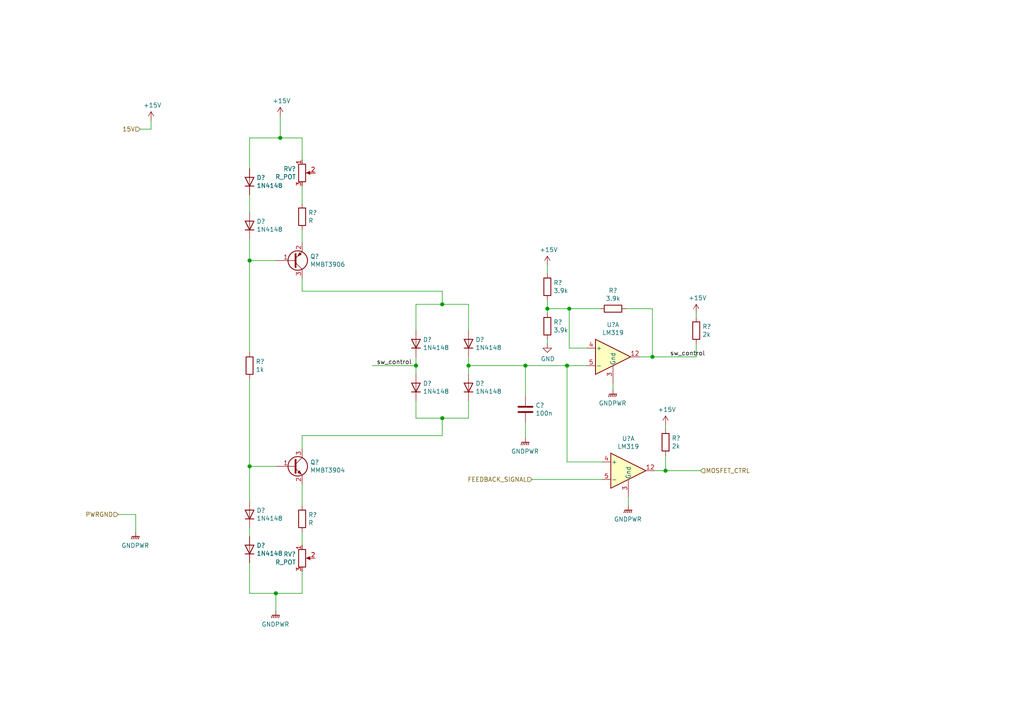
<source format=kicad_sch>
(kicad_sch (version 20210406) (generator eeschema)
  (paper "A4")
  (lib_symbols
    (symbol "Class_D_Amplfier_v2-rescue:LM319-Comparator" (pin_names (offset 0.127))
      (property "Reference" "U" (at 0 6.35 0))
      (property "Value" "LM319-Comparator" (at 0 3.81 0))
      (symbol "LM319-Comparator_1_1"
        (polyline (pts (xy -5.08 5.08) (xy 5.08 0) (xy -5.08 -5.08) (xy -5.08 5.08) (xy -5.08 5.08)) (stroke (width 0.254)) (fill (type background)))
        (pin no_connect line (at 0 -2.54 90) (length 2.54) hide (name "NC") (number "1"))
        (pin open_collector line (at 7.62 0 180) (length 2.54) (name "~") (number "12"))
        (pin no_connect line (at 0 2.54 270) (length 2.54) hide (name "NC") (number "2"))
        (pin open_emitter line (at 0 -7.62 90) (length 5.08) (name "Gnd") (number "3"))
        (pin input line (at -7.62 2.54 0) (length 2.54) (name "+") (number "4"))
        (pin input line (at -7.62 -2.54 0) (length 2.54) (name "-") (number "5"))
      )
      (symbol "LM319-Comparator_2_1"
        (polyline (pts (xy -5.08 5.08) (xy 5.08 0) (xy -5.08 -5.08) (xy -5.08 5.08) (xy -5.08 5.08)) (stroke (width 0.254)) (fill (type background)))
        (pin input line (at -7.62 -2.54 0) (length 2.54) (name "-") (number "10"))
        (pin no_connect line (at 0 -2.54 90) (length 2.54) hide (name "NC") (number "13"))
        (pin no_connect line (at 0 2.54 270) (length 2.54) hide (name "NC") (number "14"))
        (pin open_collector line (at 7.62 0 180) (length 2.54) (name "~") (number "7"))
        (pin open_emitter line (at 0 -7.62 90) (length 5.08) (name "Gnd") (number "8"))
        (pin input line (at -7.62 2.54 0) (length 2.54) (name "+") (number "9"))
      )
      (symbol "LM319-Comparator_3_1"
        (pin power_in line (at -2.54 7.62 270) (length 3.81) (name "V+") (number "11"))
        (pin power_in line (at -2.54 -7.62 90) (length 3.81) (name "V-") (number "6"))
      )
    )
    (symbol "Class_D_Amplfier_v2-rescue:R_POT-Device" (pin_names (offset 1.016) hide)
      (property "Reference" "RV" (at -4.445 0 90))
      (property "Value" "R_POT-Device" (at -2.54 0 90))
      (symbol "R_POT-Device_0_1"
        (rectangle (start 1.016 2.54) (end -1.016 -2.54) (stroke (width 0.254)))
        (polyline (pts (xy 2.54 0) (xy 1.524 0)))
        (polyline (pts (xy 1.143 0) (xy 2.286 0.508) (xy 2.286 -0.508)) (fill (type outline)))
      )
      (symbol "R_POT-Device_1_1"
        (pin passive line (at 0 3.81 270) (length 1.27) (name "1") (number "1"))
        (pin passive line (at 3.81 0 180) (length 1.27) (name "2") (number "2"))
        (pin passive line (at 0 -3.81 90) (length 1.27) (name "3") (number "3"))
      )
    )
    (symbol "Device:C" (pin_numbers hide) (pin_names (offset 0.254))
      (property "Reference" "C" (at 0.635 2.54 0))
      (property "Value" "C" (at 0.635 -2.54 0))
      (symbol "C_0_1"
        (polyline (pts (xy -2.032 -0.762) (xy 2.032 -0.762)) (stroke (width 0.508)))
        (polyline (pts (xy -2.032 0.762) (xy 2.032 0.762)) (stroke (width 0.508)))
      )
      (symbol "C_1_1"
        (pin passive line (at 0 3.81 270) (length 2.794) (name "~") (number "1"))
        (pin passive line (at 0 -3.81 90) (length 2.794) (name "~") (number "2"))
      )
    )
    (symbol "Device:R" (pin_numbers hide) (pin_names (offset 0))
      (property "Reference" "R" (at 2.032 0 90))
      (property "Value" "R" (at 0 0 90))
      (symbol "R_0_1"
        (rectangle (start -1.016 -2.54) (end 1.016 2.54) (stroke (width 0.254)))
      )
      (symbol "R_1_1"
        (pin passive line (at 0 3.81 270) (length 1.27) (name "~") (number "1"))
        (pin passive line (at 0 -3.81 90) (length 1.27) (name "~") (number "2"))
      )
    )
    (symbol "Diode:1N4148" (pin_numbers hide) (pin_names (offset 1.016) hide)
      (property "Reference" "D" (at 0 2.54 0))
      (property "Value" "1N4148" (at 0 -2.54 0))
      (symbol "1N4148_0_1"
        (polyline (pts (xy -1.27 1.27) (xy -1.27 -1.27)) (stroke (width 0.254)))
        (polyline (pts (xy 1.27 0) (xy -1.27 0)))
        (polyline (pts (xy 1.27 1.27) (xy 1.27 -1.27) (xy -1.27 0) (xy 1.27 1.27)) (stroke (width 0.254)))
      )
      (symbol "1N4148_1_1"
        (pin passive line (at -3.81 0 0) (length 2.54) (name "K") (number "1"))
        (pin passive line (at 3.81 0 180) (length 2.54) (name "A") (number "2"))
      )
    )
    (symbol "Transistor_BJT:MMBT3904" (pin_names (offset 0) hide)
      (property "Reference" "Q" (at 5.08 1.905 0))
      (property "Value" "MMBT3904" (at 5.08 0 0))
      (symbol "MMBT3904_0_1"
        (circle (center 1.27 0) (radius 2.8194) (stroke (width 0.254)))
        (polyline (pts (xy 0.635 0.635) (xy 2.54 2.54)))
        (polyline (pts (xy 0.635 -0.635) (xy 2.54 -2.54) (xy 2.54 -2.54)))
        (polyline (pts (xy 0.635 1.905) (xy 0.635 -1.905) (xy 0.635 -1.905)) (stroke (width 0.508)))
        (polyline (pts (xy 1.27 -1.778) (xy 1.778 -1.27) (xy 2.286 -2.286) (xy 1.27 -1.778) (xy 1.27 -1.778)) (fill (type outline)))
      )
      (symbol "MMBT3904_1_1"
        (pin input line (at -5.08 0 0) (length 5.715) (name "B") (number "1"))
        (pin passive line (at 2.54 -5.08 90) (length 2.54) (name "E") (number "2"))
        (pin passive line (at 2.54 5.08 270) (length 2.54) (name "C") (number "3"))
      )
    )
    (symbol "Transistor_BJT:MMBT3906" (pin_names (offset 0) hide)
      (property "Reference" "Q" (at 5.08 1.905 0))
      (property "Value" "MMBT3906" (at 5.08 0 0))
      (symbol "MMBT3906_0_1"
        (circle (center 1.27 0) (radius 2.8194) (stroke (width 0.254)))
        (polyline (pts (xy 0.635 0.635) (xy 2.54 2.54)))
        (polyline (pts (xy 0.635 -0.635) (xy 2.54 -2.54) (xy 2.54 -2.54)))
        (polyline (pts (xy 0.635 1.905) (xy 0.635 -1.905) (xy 0.635 -1.905)) (stroke (width 0.508)))
        (polyline (pts (xy 2.286 -1.778) (xy 1.778 -2.286) (xy 1.27 -1.27) (xy 2.286 -1.778) (xy 2.286 -1.778)) (fill (type outline)))
      )
      (symbol "MMBT3906_1_1"
        (pin input line (at -5.08 0 0) (length 5.715) (name "B") (number "1"))
        (pin passive line (at 2.54 -5.08 90) (length 2.54) (name "E") (number "2"))
        (pin passive line (at 2.54 5.08 270) (length 2.54) (name "C") (number "3"))
      )
    )
    (symbol "power:+15V" (power) (pin_names (offset 0))
      (property "Value" "+15V" (at 0 3.556 0))
      (symbol "+15V_0_1"
        (polyline (pts (xy -0.762 1.27) (xy 0 2.54)))
        (polyline (pts (xy 0 0) (xy 0 2.54)))
        (polyline (pts (xy 0 2.54) (xy 0.762 1.27)))
      )
      (symbol "+15V_1_1"
        (pin power_in line (at 0 0 90) (length 0) hide (name "+15V") (number "1"))
      )
    )
    (symbol "power:GND" (power) (pin_names (offset 0))
      (property "Value" "GND" (at 0 -3.81 0))
      (symbol "GND_0_1"
        (polyline (pts (xy 0 0) (xy 0 -1.27) (xy 1.27 -1.27) (xy 0 -2.54) (xy -1.27 -1.27) (xy 0 -1.27)))
      )
      (symbol "GND_1_1"
        (pin power_in line (at 0 0 270) (length 0) hide (name "GND") (number "1"))
      )
    )
    (symbol "power:GNDPWR" (power) (pin_names (offset 0))
      (property "Value" "GNDPWR" (at 0 -3.302 0))
      (symbol "GNDPWR_0_1"
        (polyline (pts (xy 0 -1.27) (xy 0 0)))
        (polyline (pts (xy -1.016 -1.27) (xy -1.27 -2.032) (xy -1.27 -2.032)) (stroke (width 0.2032)))
        (polyline (pts (xy -0.508 -1.27) (xy -0.762 -2.032) (xy -0.762 -2.032)) (stroke (width 0.2032)))
        (polyline (pts (xy 0 -1.27) (xy -0.254 -2.032) (xy -0.254 -2.032)) (stroke (width 0.2032)))
        (polyline (pts (xy 0.508 -1.27) (xy 0.254 -2.032) (xy 0.254 -2.032)) (stroke (width 0.2032)))
        (polyline (pts (xy 1.016 -1.27) (xy -1.016 -1.27) (xy -1.016 -1.27)) (stroke (width 0.2032)))
        (polyline (pts (xy 1.016 -1.27) (xy 0.762 -2.032) (xy 0.762 -2.032) (xy 0.762 -2.032)) (stroke (width 0.2032)))
      )
      (symbol "GNDPWR_1_1"
        (pin power_in line (at 0 0 270) (length 0) hide (name "GNDPWR") (number "1"))
      )
    )
  )
  (junction (at 72.39 75.565) (diameter 1.016))
  (junction (at 72.39 135.255) (diameter 1.016))
  (junction (at 80.01 172.085) (diameter 1.016))
  (junction (at 81.28 40.005) (diameter 1.016))
  (junction (at 120.65 106.045) (diameter 1.016))
  (junction (at 128.27 88.265) (diameter 1.016))
  (junction (at 128.27 121.285) (diameter 1.016))
  (junction (at 135.89 106.045) (diameter 1.016))
  (junction (at 152.4 106.045) (diameter 1.016))
  (junction (at 158.75 89.535) (diameter 1.016))
  (junction (at 164.465 106.045) (diameter 1.016))
  (junction (at 165.1 89.535) (diameter 1.016))
  (junction (at 189.23 103.505) (diameter 1.016))
  (junction (at 193.04 136.525) (diameter 1.016))
  (wire (pts (xy 34.29 149.225) (xy 39.37 149.225)))
  (wire (pts (xy 39.37 149.225) (xy 39.37 154.305)))
  (wire (pts (xy 40.64 37.465) (xy 43.815 37.465)))
  (wire (pts (xy 43.815 34.925) (xy 43.815 37.465)))
  (wire (pts (xy 72.39 40.005) (xy 81.28 40.005)))
  (wire (pts (xy 72.39 48.895) (xy 72.39 40.005)))
  (wire (pts (xy 72.39 56.515) (xy 72.39 61.595)))
  (wire (pts (xy 72.39 69.215) (xy 72.39 75.565)))
  (wire (pts (xy 72.39 75.565) (xy 80.01 75.565)))
  (wire (pts (xy 72.39 102.235) (xy 72.39 75.565)))
  (wire (pts (xy 72.39 109.855) (xy 72.39 135.255)))
  (wire (pts (xy 72.39 135.255) (xy 72.39 145.415)))
  (wire (pts (xy 72.39 153.035) (xy 72.39 155.575)))
  (wire (pts (xy 72.39 163.195) (xy 72.39 172.085)))
  (wire (pts (xy 72.39 172.085) (xy 80.01 172.085)))
  (wire (pts (xy 80.01 135.255) (xy 72.39 135.255)))
  (wire (pts (xy 80.01 172.085) (xy 80.01 177.165)))
  (wire (pts (xy 81.28 33.655) (xy 81.28 40.005)))
  (wire (pts (xy 81.28 40.005) (xy 87.63 40.005)))
  (wire (pts (xy 87.63 40.005) (xy 87.63 46.355)))
  (wire (pts (xy 87.63 53.975) (xy 87.63 59.055)))
  (wire (pts (xy 87.63 70.485) (xy 87.63 66.675)))
  (wire (pts (xy 87.63 80.645) (xy 87.63 84.455)))
  (wire (pts (xy 87.63 84.455) (xy 128.27 84.455)))
  (wire (pts (xy 87.63 126.365) (xy 128.27 126.365)))
  (wire (pts (xy 87.63 130.175) (xy 87.63 126.365)))
  (wire (pts (xy 87.63 146.685) (xy 87.63 140.335)))
  (wire (pts (xy 87.63 158.115) (xy 87.63 154.305)))
  (wire (pts (xy 87.63 165.735) (xy 87.63 172.085)))
  (wire (pts (xy 87.63 172.085) (xy 80.01 172.085)))
  (wire (pts (xy 107.95 106.045) (xy 120.65 106.045)))
  (wire (pts (xy 120.65 88.265) (xy 120.65 95.885)))
  (wire (pts (xy 120.65 103.505) (xy 120.65 106.045)))
  (wire (pts (xy 120.65 106.045) (xy 120.65 108.585)))
  (wire (pts (xy 120.65 121.285) (xy 120.65 116.205)))
  (wire (pts (xy 128.27 84.455) (xy 128.27 88.265)))
  (wire (pts (xy 128.27 88.265) (xy 120.65 88.265)))
  (wire (pts (xy 128.27 121.285) (xy 120.65 121.285)))
  (wire (pts (xy 128.27 126.365) (xy 128.27 121.285)))
  (wire (pts (xy 135.89 88.265) (xy 128.27 88.265)))
  (wire (pts (xy 135.89 95.885) (xy 135.89 88.265)))
  (wire (pts (xy 135.89 106.045) (xy 135.89 103.505)))
  (wire (pts (xy 135.89 108.585) (xy 135.89 106.045)))
  (wire (pts (xy 135.89 116.205) (xy 135.89 121.285)))
  (wire (pts (xy 135.89 121.285) (xy 128.27 121.285)))
  (wire (pts (xy 152.4 106.045) (xy 135.89 106.045)))
  (wire (pts (xy 152.4 106.045) (xy 164.465 106.045)))
  (wire (pts (xy 152.4 114.935) (xy 152.4 106.045)))
  (wire (pts (xy 152.4 122.555) (xy 152.4 127)))
  (wire (pts (xy 154.305 139.065) (xy 174.625 139.065)))
  (wire (pts (xy 158.75 76.835) (xy 158.75 79.375)))
  (wire (pts (xy 158.75 89.535) (xy 158.75 86.995)))
  (wire (pts (xy 158.75 90.805) (xy 158.75 89.535)))
  (wire (pts (xy 158.75 99.695) (xy 158.75 98.425)))
  (wire (pts (xy 164.465 106.045) (xy 164.465 133.985)))
  (wire (pts (xy 164.465 106.045) (xy 170.18 106.045)))
  (wire (pts (xy 164.465 133.985) (xy 174.625 133.985)))
  (wire (pts (xy 165.1 89.535) (xy 158.75 89.535)))
  (wire (pts (xy 165.1 89.535) (xy 173.99 89.535)))
  (wire (pts (xy 165.1 100.965) (xy 165.1 89.535)))
  (wire (pts (xy 170.18 100.965) (xy 165.1 100.965)))
  (wire (pts (xy 177.8 111.125) (xy 177.8 113.03)))
  (wire (pts (xy 181.61 89.535) (xy 189.23 89.535)))
  (wire (pts (xy 182.245 146.685) (xy 182.245 144.145)))
  (wire (pts (xy 189.23 89.535) (xy 189.23 103.505)))
  (wire (pts (xy 189.23 103.505) (xy 185.42 103.505)))
  (wire (pts (xy 189.23 103.505) (xy 201.93 103.505)))
  (wire (pts (xy 193.04 123.19) (xy 193.04 124.46)))
  (wire (pts (xy 193.04 132.08) (xy 193.04 136.525)))
  (wire (pts (xy 193.04 136.525) (xy 189.865 136.525)))
  (wire (pts (xy 201.93 90.805) (xy 201.93 92.075)))
  (wire (pts (xy 201.93 99.695) (xy 201.93 103.505)))
  (wire (pts (xy 203.2 136.525) (xy 193.04 136.525)))
  (label "sw_control" (at 109.22 106.045 0))
  (label "sw_control" (at 194.31 103.505 0))
  (hierarchical_label "PWRGND" (shape input) (at 34.29 149.225 180))
  (hierarchical_label "15V" (shape input) (at 40.64 37.465 180))
  (hierarchical_label "FEEDBACK_SIGNAL" (shape input) (at 154.305 139.065 180))
  (hierarchical_label "MOSFET_CTRL" (shape input) (at 203.2 136.525 0))
  (symbol (lib_id "power:+15V") (at 43.815 34.925 0) (unit 1)
    (property "Reference" "#PWR?" (effects hide))
    (property "Value" "+15V" (at 44.196 30.5308 0))
  )
  (symbol (lib_id "power:+15V") (at 81.28 33.655 0) (unit 1)
    (property "Reference" "#PWR?" (effects hide))
    (property "Value" "+15V" (at 81.661 29.2608 0))
  )
  (symbol (lib_id "power:+15V") (at 158.75 76.835 0) (unit 1)
    (property "Reference" "#PWR?" (effects hide))
    (property "Value" "+15V" (at 159.131 72.4408 0))
  )
  (symbol (lib_id "power:+15V") (at 193.04 123.19 0) (unit 1)
    (property "Reference" "#PWR?" (effects hide))
    (property "Value" "+15V" (at 193.421 118.7958 0))
  )
  (symbol (lib_id "power:+15V") (at 201.93 90.805 0) (unit 1)
    (property "Reference" "#PWR?" (effects hide))
    (property "Value" "+15V" (at 202.311 86.4108 0))
  )
  (symbol (lib_id "power:GNDPWR") (at 39.37 154.305 0) (unit 1)
    (property "Reference" "#PWR?" (effects hide))
    (property "Value" "GNDPWR" (at 39.243 158.223 0))
  )
  (symbol (lib_id "power:GNDPWR") (at 80.01 177.165 0) (unit 1)
    (property "Reference" "#PWR?" (effects hide))
    (property "Value" "GNDPWR" (at 79.883 181.083 0))
  )
  (symbol (lib_id "power:GNDPWR") (at 152.4 127 0) (unit 1)
    (property "Reference" "#PWR?" (effects hide))
    (property "Value" "GNDPWR" (at 152.273 130.918 0))
  )
  (symbol (lib_id "power:GNDPWR") (at 177.8 113.03 0) (unit 1)
    (property "Reference" "#PWR?" (effects hide))
    (property "Value" "GNDPWR" (at 177.673 116.948 0))
  )
  (symbol (lib_id "power:GNDPWR") (at 182.245 146.685 0) (unit 1)
    (property "Reference" "#PWR?" (effects hide))
    (property "Value" "GNDPWR" (at 182.118 150.603 0))
  )
  (symbol (lib_id "power:GND") (at 158.75 99.695 0) (unit 1)
    (property "Reference" "#PWR?" (effects hide))
    (property "Value" "GND" (at 158.877 104.0892 0))
  )
  (symbol (lib_id "Device:R") (at 72.39 106.045 0) (unit 1)
    (property "Reference" "R?" (at 74.168 104.8766 0) (effects (justify left)))
    (property "Value" "1k" (at 74.168 107.188 0) (effects (justify left)))
  )
  (symbol (lib_id "Device:R") (at 87.63 62.865 0) (unit 1)
    (property "Reference" "R?" (at 89.408 61.6966 0) (effects (justify left)))
    (property "Value" "R" (at 89.408 64.008 0) (effects (justify left)))
  )
  (symbol (lib_id "Device:R") (at 87.63 150.495 0) (unit 1)
    (property "Reference" "R?" (at 89.408 149.3266 0) (effects (justify left)))
    (property "Value" "R" (at 89.408 151.638 0) (effects (justify left)))
  )
  (symbol (lib_id "Device:R") (at 158.75 83.185 180) (unit 1)
    (property "Reference" "R?" (at 160.528 82.0166 0) (effects (justify right)))
    (property "Value" "3.9k" (at 160.528 84.328 0) (effects (justify right)))
  )
  (symbol (lib_id "Device:R") (at 158.75 94.615 180) (unit 1)
    (property "Reference" "R?" (at 160.528 93.4466 0) (effects (justify right)))
    (property "Value" "3.9k" (at 160.528 95.758 0) (effects (justify right)))
  )
  (symbol (lib_id "Device:R") (at 177.8 89.535 270) (unit 1)
    (property "Reference" "R?" (at 177.8 84.2772 90))
    (property "Value" "3.9k" (at 177.8 86.5886 90))
  )
  (symbol (lib_id "Device:R") (at 193.04 128.27 180) (unit 1)
    (property "Reference" "R?" (at 194.818 127.1016 0) (effects (justify right)))
    (property "Value" "2k" (at 194.818 129.413 0) (effects (justify right)))
  )
  (symbol (lib_id "Device:R") (at 201.93 95.885 180) (unit 1)
    (property "Reference" "R?" (at 203.708 94.7166 0) (effects (justify right)))
    (property "Value" "2k" (at 203.708 97.028 0) (effects (justify right)))
  )
  (symbol (lib_id "Diode:1N4148") (at 72.39 52.705 90) (unit 1)
    (property "Reference" "D?" (at 74.3966 51.5366 90) (effects (justify right)))
    (property "Value" "1N4148" (at 74.3966 53.848 90) (effects (justify right)))
    (property "Footprint" "Diode_THT:D_DO-35_SOD27_P7.62mm_Horizontal" (effects hide))
    (property "Datasheet" "http://www.nxp.com/documents/data_sheet/1N4148_1N4448.pdf" (effects hide))
  )
  (symbol (lib_id "Diode:1N4148") (at 72.39 65.405 90) (unit 1)
    (property "Reference" "D?" (at 74.3966 64.2366 90) (effects (justify right)))
    (property "Value" "1N4148" (at 74.3966 66.548 90) (effects (justify right)))
    (property "Footprint" "Diode_THT:D_DO-35_SOD27_P7.62mm_Horizontal" (effects hide))
    (property "Datasheet" "http://www.nxp.com/documents/data_sheet/1N4148_1N4448.pdf" (effects hide))
  )
  (symbol (lib_id "Diode:1N4148") (at 72.39 149.225 90) (unit 1)
    (property "Reference" "D?" (at 74.3966 148.0566 90) (effects (justify right)))
    (property "Value" "1N4148" (at 74.3966 150.368 90) (effects (justify right)))
    (property "Footprint" "Diode_THT:D_DO-35_SOD27_P7.62mm_Horizontal" (effects hide))
    (property "Datasheet" "http://www.nxp.com/documents/data_sheet/1N4148_1N4448.pdf" (effects hide))
  )
  (symbol (lib_id "Diode:1N4148") (at 72.39 159.385 90) (unit 1)
    (property "Reference" "D?" (at 74.3966 158.2166 90) (effects (justify right)))
    (property "Value" "1N4148" (at 74.3966 160.528 90) (effects (justify right)))
    (property "Footprint" "Diode_THT:D_DO-35_SOD27_P7.62mm_Horizontal" (effects hide))
    (property "Datasheet" "http://www.nxp.com/documents/data_sheet/1N4148_1N4448.pdf" (effects hide))
  )
  (symbol (lib_id "Diode:1N4148") (at 120.65 99.695 90) (unit 1)
    (property "Reference" "D?" (at 122.6566 98.5266 90) (effects (justify right)))
    (property "Value" "1N4148" (at 122.6566 100.838 90) (effects (justify right)))
    (property "Footprint" "Diode_THT:D_DO-35_SOD27_P7.62mm_Horizontal" (effects hide))
    (property "Datasheet" "http://www.nxp.com/documents/data_sheet/1N4148_1N4448.pdf" (effects hide))
  )
  (symbol (lib_id "Diode:1N4148") (at 120.65 112.395 90) (unit 1)
    (property "Reference" "D?" (at 122.6566 111.2266 90) (effects (justify right)))
    (property "Value" "1N4148" (at 122.6566 113.538 90) (effects (justify right)))
    (property "Footprint" "Diode_THT:D_DO-35_SOD27_P7.62mm_Horizontal" (effects hide))
    (property "Datasheet" "http://www.nxp.com/documents/data_sheet/1N4148_1N4448.pdf" (effects hide))
  )
  (symbol (lib_id "Diode:1N4148") (at 135.89 99.695 90) (unit 1)
    (property "Reference" "D?" (at 137.8966 98.5266 90) (effects (justify right)))
    (property "Value" "1N4148" (at 137.8966 100.838 90) (effects (justify right)))
    (property "Footprint" "Diode_THT:D_DO-35_SOD27_P7.62mm_Horizontal" (effects hide))
    (property "Datasheet" "http://www.nxp.com/documents/data_sheet/1N4148_1N4448.pdf" (effects hide))
  )
  (symbol (lib_id "Diode:1N4148") (at 135.89 112.395 90) (unit 1)
    (property "Reference" "D?" (at 137.8966 111.2266 90) (effects (justify right)))
    (property "Value" "1N4148" (at 137.8966 113.538 90) (effects (justify right)))
    (property "Footprint" "Diode_THT:D_DO-35_SOD27_P7.62mm_Horizontal" (effects hide))
    (property "Datasheet" "http://www.nxp.com/documents/data_sheet/1N4148_1N4448.pdf" (effects hide))
  )
  (symbol (lib_id "Device:C") (at 152.4 118.745 0) (unit 1)
    (property "Reference" "C?" (at 155.321 117.5766 0) (effects (justify left)))
    (property "Value" "100n" (at 155.321 119.888 0) (effects (justify left)))
  )
  (symbol (lib_id "Class_D_Amplfier_v2-rescue:R_POT-Device") (at 87.63 50.165 0) (unit 1)
    (property "Reference" "RV?" (at 85.852 48.9966 0) (effects (justify right)))
    (property "Value" "R_POT" (at 85.852 51.308 0) (effects (justify right)))
  )
  (symbol (lib_id "Class_D_Amplfier_v2-rescue:R_POT-Device") (at 87.63 161.925 0) (unit 1)
    (property "Reference" "RV?" (at 85.852 160.7566 0) (effects (justify right)))
    (property "Value" "R_POT" (at 85.852 163.068 0) (effects (justify right)))
  )
  (symbol (lib_id "Transistor_BJT:MMBT3906") (at 85.09 75.565 0) (mirror x) (unit 1)
    (property "Reference" "Q?" (at 89.9414 74.3966 0) (effects (justify left)))
    (property "Value" "MMBT3906" (at 89.9414 76.708 0) (effects (justify left)))
    (property "Footprint" "Package_TO_SOT_SMD:SOT-23" (effects hide))
    (property "Datasheet" "https://www.fairchildsemi.com/datasheets/2N/2N3906.pdf" (effects hide))
  )
  (symbol (lib_id "Transistor_BJT:MMBT3904") (at 85.09 135.255 0) (unit 1)
    (property "Reference" "Q?" (at 89.9414 134.0866 0) (effects (justify left)))
    (property "Value" "MMBT3904" (at 89.9414 136.398 0) (effects (justify left)))
    (property "Footprint" "Package_TO_SOT_SMD:SOT-23" (effects hide))
    (property "Datasheet" "https://www.fairchildsemi.com/datasheets/2N/2N3904.pdf" (effects hide))
  )
  (symbol (lib_id "Class_D_Amplfier_v2-rescue:LM319-Comparator") (at 177.8 103.505 0) (unit 1)
    (property "Reference" "U?" (at 177.8 94.1832 0))
    (property "Value" "LM319" (at 177.8 96.4946 0))
    (property "Datasheet" "http://www.ti.com/lit/ds/symlink/lm319-n.pdf" (effects hide))
  )
  (symbol (lib_id "Class_D_Amplfier_v2-rescue:LM319-Comparator") (at 182.245 136.525 0) (unit 1)
    (property "Reference" "U?" (at 182.245 127.2032 0))
    (property "Value" "LM319" (at 182.245 129.5146 0))
    (property "Datasheet" "http://www.ti.com/lit/ds/symlink/lm319-n.pdf" (effects hide))
  )
)
</source>
